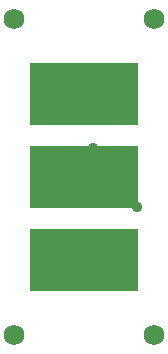
<source format=gbs>
G04*
G04 #@! TF.GenerationSoftware,Altium Limited,Altium Designer,23.11.1 (41)*
G04*
G04 Layer_Color=16711935*
%FSLAX44Y44*%
%MOMM*%
G71*
G04*
G04 #@! TF.SameCoordinates,663EB88F-05E0-4BFF-A99C-D42E022A2D9A*
G04*
G04*
G04 #@! TF.FilePolarity,Negative*
G04*
G01*
G75*
%ADD25C,1.7272*%
%ADD31R,9.2540X5.2540*%
%ADD32C,0.9032*%
D25*
X16000Y16000D02*
D03*
X134000D02*
D03*
X16000Y284000D02*
D03*
X134000D02*
D03*
D31*
X75000Y220000D02*
D03*
Y150000D02*
D03*
Y80000D02*
D03*
D32*
Y60000D02*
D03*
X120000Y125000D02*
D03*
X75000Y220650D02*
D03*
X83000Y175000D02*
D03*
M02*

</source>
